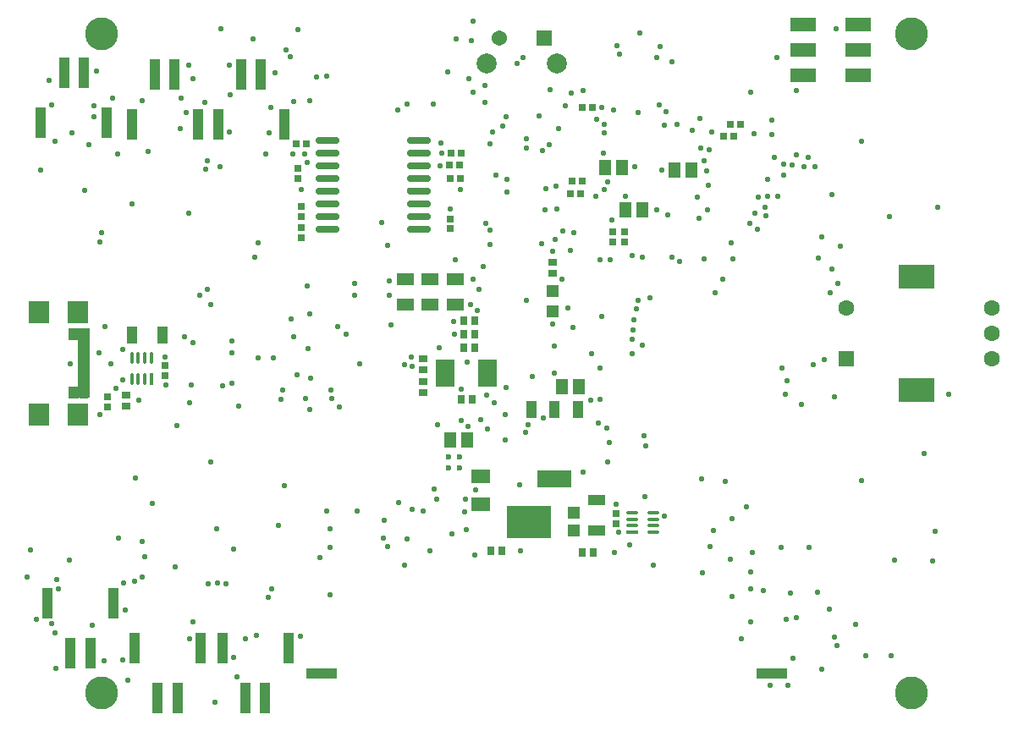
<source format=gbs>
G04*
G04 #@! TF.GenerationSoftware,Altium Limited,Altium Designer,22.1.2 (22)*
G04*
G04 Layer_Color=16711935*
%FSLAX44Y44*%
%MOMM*%
G71*
G04*
G04 #@! TF.SameCoordinates,74BE647B-5A68-4C54-96DD-97E0C3036DEC*
G04*
G04*
G04 #@! TF.FilePolarity,Negative*
G04*
G01*
G75*
%ADD31R,0.3750X1.1565*%
G04:AMPARAMS|DCode=32|XSize=1.1565mm|YSize=0.375mm|CornerRadius=0.1875mm|HoleSize=0mm|Usage=FLASHONLY|Rotation=90.000|XOffset=0mm|YOffset=0mm|HoleType=Round|Shape=RoundedRectangle|*
%AMROUNDEDRECTD32*
21,1,1.1565,0.0000,0,0,90.0*
21,1,0.7815,0.3750,0,0,90.0*
1,1,0.3750,0.0000,0.3908*
1,1,0.3750,0.0000,-0.3908*
1,1,0.3750,0.0000,-0.3908*
1,1,0.3750,0.0000,0.3908*
%
%ADD32ROUNDEDRECTD32*%
%ADD69R,0.8500X0.7500*%
%ADD73R,0.7500X0.8500*%
%ADD74R,0.7400X0.6400*%
%ADD81R,0.6400X0.7400*%
%ADD82R,1.0000X1.7500*%
%ADD84R,1.3000X1.2000*%
%ADD85R,1.9000X1.4500*%
%ADD86R,0.7500X0.6500*%
%ADD87R,0.6500X0.7500*%
%ADD95C,0.6500*%
%ADD96R,3.6000X2.4000*%
%ADD97R,1.6000X1.6000*%
%ADD98C,1.6000*%
%ADD99R,1.5400X1.5400*%
%ADD100C,1.5400*%
%ADD101C,2.0000*%
%ADD102C,3.3000*%
%ADD103C,0.5500*%
%ADD104C,0.6000*%
%ADD119R,1.1500X0.3000*%
G04:AMPARAMS|DCode=120|XSize=0.6mm|YSize=1.15mm|CornerRadius=0.15mm|HoleSize=0mm|Usage=FLASHONLY|Rotation=90.000|XOffset=0mm|YOffset=0mm|HoleType=Round|Shape=RoundedRectangle|*
%AMROUNDEDRECTD120*
21,1,0.6000,0.8500,0,0,90.0*
21,1,0.3000,1.1500,0,0,90.0*
1,1,0.3000,0.4250,0.1500*
1,1,0.3000,0.4250,-0.1500*
1,1,0.3000,-0.4250,-0.1500*
1,1,0.3000,-0.4250,0.1500*
%
%ADD120ROUNDEDRECTD120*%
G04:AMPARAMS|DCode=121|XSize=0.6mm|YSize=1.1mm|CornerRadius=0.15mm|HoleSize=0mm|Usage=FLASHONLY|Rotation=90.000|XOffset=0mm|YOffset=0mm|HoleType=Round|Shape=RoundedRectangle|*
%AMROUNDEDRECTD121*
21,1,0.6000,0.8000,0,0,90.0*
21,1,0.3000,1.1000,0,0,90.0*
1,1,0.3000,0.4000,0.1500*
1,1,0.3000,0.4000,-0.1500*
1,1,0.3000,-0.4000,-0.1500*
1,1,0.3000,-0.4000,0.1500*
%
%ADD121ROUNDEDRECTD121*%
%ADD122R,2.0000X2.1800*%
%ADD125R,1.1565X0.3750*%
G04:AMPARAMS|DCode=126|XSize=1.1565mm|YSize=0.375mm|CornerRadius=0.1875mm|HoleSize=0mm|Usage=FLASHONLY|Rotation=0.000|XOffset=0mm|YOffset=0mm|HoleType=Round|Shape=RoundedRectangle|*
%AMROUNDEDRECTD126*
21,1,1.1565,0.0000,0,0,0.0*
21,1,0.7815,0.3750,0,0,0.0*
1,1,0.3750,0.3908,0.0000*
1,1,0.3750,-0.3908,0.0000*
1,1,0.3750,-0.3908,0.0000*
1,1,0.3750,0.3908,0.0000*
%
%ADD126ROUNDEDRECTD126*%
%ADD129R,1.7062X1.1544*%
%ADD135R,1.0160X1.2090*%
%ADD136R,1.0160X1.2097*%
%ADD137R,1.1477X6.9907*%
%ADD138R,1.9050X2.7940*%
%ADD139R,1.1000X3.1000*%
%ADD140O,2.4000X0.7000*%
%ADD141R,2.6400X1.3700*%
%ADD142R,3.1000X1.1000*%
%ADD143O,1.8000X0.5500*%
%ADD144R,1.3000X1.5000*%
%ADD145R,1.7500X1.0000*%
%ADD146R,1.2500X1.2000*%
%ADD147R,4.4500X3.3000*%
%ADD148R,3.3500X1.8000*%
%ADD149R,1.1000X1.8000*%
D31*
X129342Y344266D02*
D03*
D32*
X122842D02*
D03*
X116342D02*
D03*
X109842D02*
D03*
Y365283D02*
D03*
X116342D02*
D03*
X122842D02*
D03*
X129342D02*
D03*
D69*
X401643Y353942D02*
D03*
Y364942D02*
D03*
Y330500D02*
D03*
Y341500D02*
D03*
X530583Y461099D02*
D03*
Y450099D02*
D03*
X103884Y317408D02*
D03*
Y328408D02*
D03*
D73*
X452889Y388920D02*
D03*
X441889D02*
D03*
Y375420D02*
D03*
X452889D02*
D03*
X439639Y323920D02*
D03*
X450639D02*
D03*
X441889Y402420D02*
D03*
X452889D02*
D03*
X560500Y171000D02*
D03*
X571500D02*
D03*
X469500Y172000D02*
D03*
X480500D02*
D03*
D74*
X143385Y357525D02*
D03*
Y347525D02*
D03*
X602920Y481406D02*
D03*
Y491406D02*
D03*
X591420Y481406D02*
D03*
Y491406D02*
D03*
X594500Y199670D02*
D03*
Y209670D02*
D03*
X279456Y485448D02*
D03*
Y495448D02*
D03*
X279626Y506904D02*
D03*
Y516904D02*
D03*
X428819Y504674D02*
D03*
Y494674D02*
D03*
X86000Y326616D02*
D03*
Y316616D02*
D03*
D81*
X718883Y598906D02*
D03*
X708883D02*
D03*
X712420Y587406D02*
D03*
X702420D02*
D03*
X548587Y530074D02*
D03*
X558587D02*
D03*
X550420Y542406D02*
D03*
X560420D02*
D03*
X570481Y616345D02*
D03*
X560481D02*
D03*
X438861Y545332D02*
D03*
X428861D02*
D03*
D82*
X110345Y388380D02*
D03*
X140845D02*
D03*
D84*
X530868Y432654D02*
D03*
Y411653D02*
D03*
D85*
X458750Y219000D02*
D03*
Y247000D02*
D03*
D86*
X276500Y555250D02*
D03*
Y545250D02*
D03*
D87*
X284250Y579500D02*
D03*
X274250D02*
D03*
X437519Y558130D02*
D03*
X427519D02*
D03*
X439236Y570560D02*
D03*
X429236D02*
D03*
D95*
X51050Y388900D02*
D03*
Y331100D02*
D03*
D96*
X895000Y333000D02*
D03*
Y447000D02*
D03*
D97*
X825000Y365000D02*
D03*
D98*
Y415000D02*
D03*
X970000Y365000D02*
D03*
Y390000D02*
D03*
Y415000D02*
D03*
D99*
X522500Y685138D02*
D03*
D100*
X477500D02*
D03*
D101*
X535050Y660238D02*
D03*
X464950D02*
D03*
D102*
X80000Y690000D02*
D03*
X890000D02*
D03*
Y30000D02*
D03*
X80000D02*
D03*
D103*
X95750Y569500D02*
D03*
X29750Y99250D02*
D03*
X33000Y90500D02*
D03*
X102000Y140000D02*
D03*
X194750Y194500D02*
D03*
X70500Y97750D02*
D03*
X106250Y42750D02*
D03*
X390000Y366500D02*
D03*
X211750Y65750D02*
D03*
X736750Y526500D02*
D03*
X522000Y305250D02*
D03*
X610180Y369500D02*
D03*
X66750Y578500D02*
D03*
X63000Y533000D02*
D03*
X764500Y104250D02*
D03*
X680500Y150500D02*
D03*
X710750Y127000D02*
D03*
X35250Y143250D02*
D03*
X688250Y177000D02*
D03*
X201000Y337500D02*
D03*
X759500Y175750D02*
D03*
X294750Y646180D02*
D03*
X762000Y548750D02*
D03*
X756000Y527250D02*
D03*
X283000Y569250D02*
D03*
X285750Y561000D02*
D03*
X249250Y616000D02*
D03*
X247250Y591000D02*
D03*
X185500Y563000D02*
D03*
X36604Y134473D02*
D03*
X8500Y173000D02*
D03*
X5250Y146250D02*
D03*
X787500Y175500D02*
D03*
X869500Y67250D02*
D03*
X210500Y339750D02*
D03*
X443500Y224250D02*
D03*
X365500Y176250D02*
D03*
X844500Y67000D02*
D03*
X298000Y165500D02*
D03*
X504780Y423000D02*
D03*
X545963Y415750D02*
D03*
X551533Y396250D02*
D03*
X744500Y507750D02*
D03*
X736000Y494000D02*
D03*
X728415Y500102D02*
D03*
X743529Y516145D02*
D03*
X733500Y510500D02*
D03*
X745843Y527285D02*
D03*
X745939Y544439D02*
D03*
X621049Y378201D02*
D03*
X610288Y383962D02*
D03*
X611250Y393612D02*
D03*
X443320Y211750D02*
D03*
X390250Y357250D02*
D03*
X612375Y403625D02*
D03*
X614723Y414973D02*
D03*
X616529Y423279D02*
D03*
X873250Y162750D02*
D03*
X868250Y507250D02*
D03*
X170750Y101500D02*
D03*
X390279Y214000D02*
D03*
X444320Y193750D02*
D03*
X608250Y178000D02*
D03*
X369250Y398552D02*
D03*
X270750Y569750D02*
D03*
X164000Y611250D02*
D03*
X120250Y146250D02*
D03*
X34000Y54750D02*
D03*
X375750Y613500D02*
D03*
X385750Y619250D02*
D03*
X387923Y533018D02*
D03*
X272000Y386750D02*
D03*
X71750Y606500D02*
D03*
X419500Y580750D02*
D03*
X540500Y444250D02*
D03*
X761877Y559373D02*
D03*
X753007Y566257D02*
D03*
X793273Y556500D02*
D03*
X782134Y556706D02*
D03*
X770994Y558134D02*
D03*
X774680Y568500D02*
D03*
X786250Y566000D02*
D03*
X800323Y53677D02*
D03*
X335000Y212500D02*
D03*
X308000Y194500D02*
D03*
X775117Y105633D02*
D03*
X808000Y114086D02*
D03*
X809000Y430700D02*
D03*
X812750Y326344D02*
D03*
X729250Y151320D02*
D03*
X729500Y134000D02*
D03*
X77785Y308900D02*
D03*
X766000Y37594D02*
D03*
X382500Y158250D02*
D03*
X418750Y558040D02*
D03*
X279626Y533898D02*
D03*
X419750Y570604D02*
D03*
X120750Y623000D02*
D03*
X96250Y184750D02*
D03*
X425750Y651750D02*
D03*
X72500Y617500D02*
D03*
X208250Y629000D02*
D03*
X14250Y104000D02*
D03*
X305057Y646999D02*
D03*
X159500Y625500D02*
D03*
X729500Y101500D02*
D03*
X504000Y290750D02*
D03*
X815250Y77250D02*
D03*
X650500Y466000D02*
D03*
X408500Y172250D02*
D03*
X90500Y625250D02*
D03*
X260750Y333000D02*
D03*
X453750Y233750D02*
D03*
X456045Y412500D02*
D03*
X195500Y140000D02*
D03*
X169293Y338359D02*
D03*
X89200Y359250D02*
D03*
X198750Y694540D02*
D03*
X595500Y677750D02*
D03*
X465250Y328500D02*
D03*
X178000Y427750D02*
D03*
X470998Y591263D02*
D03*
X480750Y597250D02*
D03*
X484250Y606750D02*
D03*
X308750Y333000D02*
D03*
X523750Y513750D02*
D03*
X207500Y591250D02*
D03*
X101250Y343500D02*
D03*
X628500Y425750D02*
D03*
X658200Y462050D02*
D03*
X463750Y500250D02*
D03*
X468250Y493500D02*
D03*
X94500Y335250D02*
D03*
X613250Y556750D02*
D03*
X506500Y298500D02*
D03*
X446000Y296750D02*
D03*
X431750Y402000D02*
D03*
X144250Y338000D02*
D03*
X520750Y573000D02*
D03*
X791500Y359000D02*
D03*
X711250Y464250D02*
D03*
X215000Y46000D02*
D03*
X810750Y454500D02*
D03*
X812500Y86000D02*
D03*
X537250Y594500D02*
D03*
X730750Y170750D02*
D03*
X430250Y189750D02*
D03*
X376500Y220500D02*
D03*
X768750Y130250D02*
D03*
X186250Y139250D02*
D03*
X304989Y212619D02*
D03*
X310190Y324537D02*
D03*
X318016Y316609D02*
D03*
X691936Y192936D02*
D03*
X103750Y113000D02*
D03*
X101000Y63355D02*
D03*
X167750Y84250D02*
D03*
X278657Y87250D02*
D03*
X272250Y621750D02*
D03*
X198000Y557000D02*
D03*
X170750Y644500D02*
D03*
X182651Y621340D02*
D03*
X110000Y519250D02*
D03*
X19062Y553062D02*
D03*
X29592Y618927D02*
D03*
X484000Y335500D02*
D03*
X533087Y350163D02*
D03*
X510538Y346962D02*
D03*
X483500Y309000D02*
D03*
X50250Y590250D02*
D03*
X33125Y582265D02*
D03*
X362500Y203000D02*
D03*
X708500Y163750D02*
D03*
X439463Y302596D02*
D03*
X415750Y298250D02*
D03*
X748750Y38000D02*
D03*
X498070Y238363D02*
D03*
X578550Y323629D02*
D03*
X576535Y299847D02*
D03*
X569250Y323250D02*
D03*
X532596Y377500D02*
D03*
X483455Y283000D02*
D03*
X585233Y294826D02*
D03*
X561583Y251090D02*
D03*
X586039Y261276D02*
D03*
X680250Y244250D02*
D03*
X703750Y241500D02*
D03*
X710307Y204177D02*
D03*
X465615Y294614D02*
D03*
X468090Y478906D02*
D03*
X499000Y172000D02*
D03*
X461865Y456900D02*
D03*
X472164Y320562D02*
D03*
X485042Y531303D02*
D03*
X463550Y621522D02*
D03*
X501061Y665899D02*
D03*
X495348Y660238D02*
D03*
X528739Y634007D02*
D03*
X549953Y630406D02*
D03*
X530868Y399571D02*
D03*
X720000Y84000D02*
D03*
X631373Y158239D02*
D03*
X593020Y171098D02*
D03*
X452889Y168000D02*
D03*
X596750Y190920D02*
D03*
X725000Y216021D02*
D03*
X385000Y184000D02*
D03*
X361465Y185250D02*
D03*
X308638Y175750D02*
D03*
X308630Y128386D02*
D03*
X580359Y615906D02*
D03*
X575359Y603906D02*
D03*
X582649Y599155D02*
D03*
X582920Y590906D02*
D03*
X771514Y65000D02*
D03*
X795761Y130750D02*
D03*
X412812Y233819D02*
D03*
X204322Y139633D02*
D03*
X243606Y569362D02*
D03*
X154688Y298000D02*
D03*
X439639Y334434D02*
D03*
X815000Y695000D02*
D03*
X755000Y666010D02*
D03*
X246704Y125978D02*
D03*
X468011Y579800D02*
D03*
X505000Y584471D02*
D03*
X517448Y607406D02*
D03*
X505000Y575461D02*
D03*
X473870Y548544D02*
D03*
X126296Y571721D02*
D03*
X130259Y219900D02*
D03*
X775000Y633399D02*
D03*
X544068Y617949D02*
D03*
X216747Y317408D02*
D03*
X258908Y323815D02*
D03*
X210439Y370440D02*
D03*
X167407Y320316D02*
D03*
X231465Y684450D02*
D03*
X610359Y467655D02*
D03*
X588220Y463400D02*
D03*
X578596D02*
D03*
X586420Y541748D02*
D03*
X581709Y570648D02*
D03*
X650240Y661677D02*
D03*
X643074Y206744D02*
D03*
X579920Y407212D02*
D03*
X597485Y669225D02*
D03*
X617920Y690340D02*
D03*
X638720Y677438D02*
D03*
X635169Y666010D02*
D03*
X82722Y396630D02*
D03*
X120250Y182015D02*
D03*
X122842Y166750D02*
D03*
X447389Y644750D02*
D03*
X616659Y611079D02*
D03*
X434236Y684917D02*
D03*
X268814Y666960D02*
D03*
X264354Y673720D02*
D03*
X253464Y650677D02*
D03*
X276256Y694131D02*
D03*
X840277Y242500D02*
D03*
X840094Y582500D02*
D03*
X915914Y516000D02*
D03*
X594500Y219314D02*
D03*
X450000Y682850D02*
D03*
X451419Y702150D02*
D03*
X288370Y622451D02*
D03*
X428819Y514162D02*
D03*
X682920Y562406D02*
D03*
X729155Y630905D02*
D03*
X367274Y427706D02*
D03*
Y442654D02*
D03*
X449019Y418532D02*
D03*
X288318Y409677D02*
D03*
X551829Y490938D02*
D03*
X541500Y492423D02*
D03*
X646480Y508906D02*
D03*
X682920Y464349D02*
D03*
X701342Y443778D02*
D03*
X796683Y465608D02*
D03*
X765714Y342500D02*
D03*
X417819Y375420D02*
D03*
X432599Y388920D02*
D03*
X800433Y486406D02*
D03*
X185486Y433777D02*
D03*
X188587Y418383D02*
D03*
X76916Y370858D02*
D03*
X48752Y359799D02*
D03*
X143385Y366442D02*
D03*
X116787Y323153D02*
D03*
X458683Y304000D02*
D03*
X451419Y631500D02*
D03*
X411617Y619545D02*
D03*
X360308Y501115D02*
D03*
X414650Y224000D02*
D03*
X211408Y174357D02*
D03*
X623316Y226874D02*
D03*
X622471Y287500D02*
D03*
X624170Y277500D02*
D03*
X587920Y281124D02*
D03*
X640410Y553467D02*
D03*
X603784Y527406D02*
D03*
X590359Y503648D02*
D03*
X574392Y526874D02*
D03*
X582920Y534031D02*
D03*
X463500Y638406D02*
D03*
X184183Y554656D02*
D03*
X113068Y141659D02*
D03*
X47848Y163500D02*
D03*
X233250Y466574D02*
D03*
X207209Y658750D02*
D03*
X167093Y658500D02*
D03*
X158592Y594927D02*
D03*
X236714Y480456D02*
D03*
X332618Y439560D02*
D03*
Y427995D02*
D03*
X269765Y404648D02*
D03*
X286260Y375150D02*
D03*
X251752Y365775D02*
D03*
X732708Y589706D02*
D03*
X690085Y591346D02*
D03*
X678653Y605398D02*
D03*
X687481Y573879D02*
D03*
X679475Y575461D02*
D03*
X484925Y543788D02*
D03*
X534333Y537705D02*
D03*
X433658Y463400D02*
D03*
X324244Y388920D02*
D03*
X210439Y382487D02*
D03*
X283729Y325000D02*
D03*
X289244Y345093D02*
D03*
X275000Y348934D02*
D03*
X236714Y365775D02*
D03*
X365878Y477641D02*
D03*
X256987Y198199D02*
D03*
X249741Y134485D02*
D03*
X337618Y359684D02*
D03*
X285118Y437435D02*
D03*
X315506Y396518D02*
D03*
X684982Y552976D02*
D03*
X686999Y538087D02*
D03*
X675850Y526345D02*
D03*
X677813Y505170D02*
D03*
X686226Y513583D02*
D03*
X620784Y466044D02*
D03*
X548789Y473136D02*
D03*
X533165Y484276D02*
D03*
X530917Y471877D02*
D03*
X519930Y479839D02*
D03*
X523973Y535015D02*
D03*
X833777Y98464D02*
D03*
X741526Y133000D02*
D03*
X438861Y533898D02*
D03*
X561477Y633399D02*
D03*
X637481Y618953D02*
D03*
X642480Y598002D02*
D03*
X655359Y599155D02*
D03*
X670618Y592805D02*
D03*
X760802Y355283D02*
D03*
X535296Y514202D02*
D03*
X457152Y433612D02*
D03*
X288318Y314158D02*
D03*
X170811Y380266D02*
D03*
X527996Y578906D02*
D03*
X101183Y373942D02*
D03*
X162441Y386602D02*
D03*
X710000Y480936D02*
D03*
X234911Y87778D02*
D03*
X80000Y490448D02*
D03*
X27460Y643000D02*
D03*
X74812Y652500D02*
D03*
X223407Y84000D02*
D03*
X82638Y62220D02*
D03*
X192811Y20562D02*
D03*
X913734Y191706D02*
D03*
X750000Y603467D02*
D03*
X803014Y363824D02*
D03*
X635359Y513382D02*
D03*
X779819Y319000D02*
D03*
X764130Y329094D02*
D03*
X591984Y613906D02*
D03*
X927085Y329094D02*
D03*
X902630Y270000D02*
D03*
X910924Y161886D02*
D03*
X818462Y476840D02*
D03*
X750000Y589000D02*
D03*
X810000Y528467D02*
D03*
X816500Y439852D02*
D03*
X644670Y612251D02*
D03*
X578596Y355283D02*
D03*
X569519Y369641D02*
D03*
X78093Y481381D02*
D03*
X401643Y212581D02*
D03*
X382393Y359000D02*
D03*
X693624Y430654D02*
D03*
X445519Y361275D02*
D03*
X451419Y444050D02*
D03*
X167093Y510000D02*
D03*
X188745Y261301D02*
D03*
X262188Y238000D02*
D03*
X113908Y245015D02*
D03*
X153383Y156235D02*
D03*
D104*
X426519Y255802D02*
D03*
Y266802D02*
D03*
X437519Y255802D02*
D03*
Y266802D02*
D03*
D119*
X61800Y377500D02*
D03*
Y372500D02*
D03*
Y367500D02*
D03*
Y362500D02*
D03*
Y357500D02*
D03*
Y352500D02*
D03*
Y347500D02*
D03*
Y342500D02*
D03*
D120*
X62000Y384000D02*
D03*
Y336000D02*
D03*
D121*
X62300Y392000D02*
D03*
Y328000D02*
D03*
D122*
X56050Y411100D02*
D03*
Y308900D02*
D03*
X16750Y411100D02*
D03*
Y308900D02*
D03*
D125*
X610517Y190920D02*
D03*
D126*
Y197420D02*
D03*
Y203920D02*
D03*
Y210420D02*
D03*
X631534D02*
D03*
Y203920D02*
D03*
Y197420D02*
D03*
Y190920D02*
D03*
D129*
X407854Y418532D02*
D03*
Y444050D02*
D03*
X383618Y418532D02*
D03*
Y444050D02*
D03*
X433617Y418532D02*
D03*
Y444050D02*
D03*
D135*
X51670Y331095D02*
D03*
D136*
Y388908D02*
D03*
D137*
X61799Y360004D02*
D03*
D138*
X465570Y349934D02*
D03*
X423660D02*
D03*
D139*
X62062Y650500D02*
D03*
X42062D02*
D03*
X19062Y600500D02*
D03*
X85062D02*
D03*
X48459Y70078D02*
D03*
X68459D02*
D03*
X91459Y120078D02*
D03*
X25459D02*
D03*
X135645Y25000D02*
D03*
X155645D02*
D03*
X178645Y75000D02*
D03*
X112645D02*
D03*
X223407Y25000D02*
D03*
X243407D02*
D03*
X266407Y75000D02*
D03*
X200407D02*
D03*
X152811Y649340D02*
D03*
X132811D02*
D03*
X109811Y599340D02*
D03*
X175811D02*
D03*
X239214Y649340D02*
D03*
X219214D02*
D03*
X196214Y599340D02*
D03*
X262214D02*
D03*
D140*
X306118Y494448D02*
D03*
Y507148D02*
D03*
Y519848D02*
D03*
Y532548D02*
D03*
Y545248D02*
D03*
Y557948D02*
D03*
Y570648D02*
D03*
Y583348D02*
D03*
X397118Y494448D02*
D03*
Y507148D02*
D03*
Y519848D02*
D03*
Y532548D02*
D03*
Y545248D02*
D03*
Y557948D02*
D03*
Y570648D02*
D03*
Y583348D02*
D03*
D141*
X781798Y648600D02*
D03*
X836398D02*
D03*
X781798Y674000D02*
D03*
X836398D02*
D03*
X781798Y699400D02*
D03*
X836398D02*
D03*
D142*
X750000Y50000D02*
D03*
X300000D02*
D03*
D143*
X465615Y359684D02*
D03*
Y353184D02*
D03*
Y346684D02*
D03*
Y340184D02*
D03*
X423615Y359684D02*
D03*
Y353184D02*
D03*
Y346684D02*
D03*
Y340184D02*
D03*
D144*
X669480Y553467D02*
D03*
X652480D02*
D03*
X428519Y283052D02*
D03*
X445519D02*
D03*
X557000Y336780D02*
D03*
X540000D02*
D03*
X583484Y556345D02*
D03*
X600484D02*
D03*
X620784Y513388D02*
D03*
X603784D02*
D03*
D145*
X575000Y223580D02*
D03*
Y193080D02*
D03*
D146*
X552115Y210124D02*
D03*
Y192624D02*
D03*
D147*
X507615Y201374D02*
D03*
D148*
X533000Y244500D02*
D03*
D149*
X556000Y313500D02*
D03*
X533000D02*
D03*
X510000D02*
D03*
M02*

</source>
